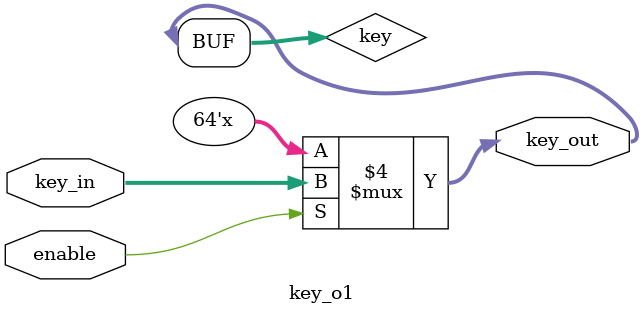
<source format=sv>

module key_o1 (
	input wire [63:0] key_in,
	input wire enable,
	output wire [63:0] key_out
);

reg [63:0] key;

always_comb begin
	if(enable == 1'b1) begin
		key = key_in;
	end else begin
		key = key;
	end
	/*
	default:begin
	key = '0;
	end*/
end

assign key_out = key;

endmodule

</source>
